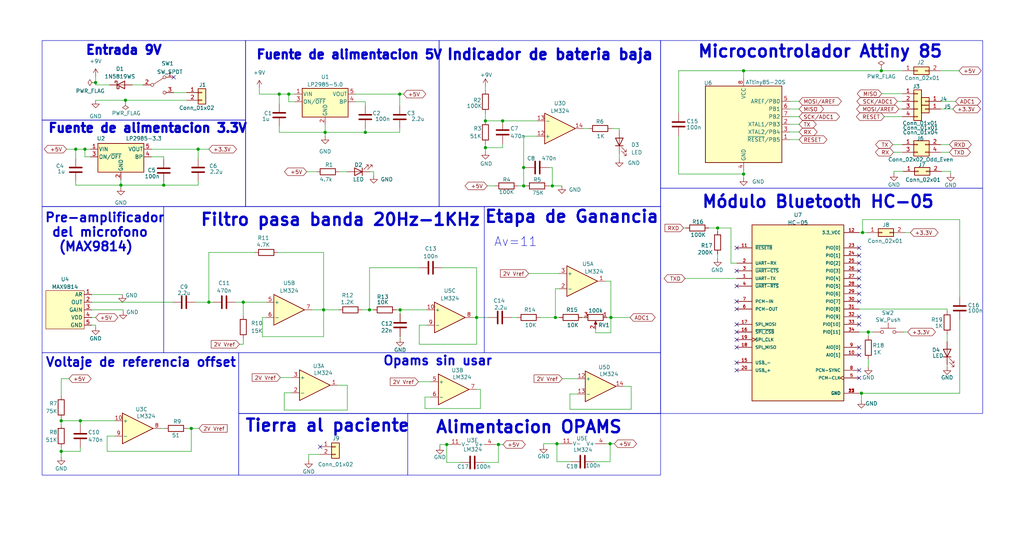
<source format=kicad_sch>
(kicad_sch (version 20230121) (generator eeschema)
  (paper "User" 340.004 181.991)
  (junction (at 166.878 40.132))
  (junction (at 20.32 139.7))
  (junction (at 238.252 75.692))
  (junction (at 28.194 49.53))
  (junction (at 132.715 31.242))
  (junction (at 121.285 43.942))
  (junction (at 202.565 147.32))
  (junction (at 107.442 102.87))
  (junction (at 184.404 105.41))
  (junction (at 65.786 49.53))
  (junction (at 41.656 33.274))
  (junction (at 173.863 61.722))
  (junction (at 107.95 43.942))
  (junction (at 92.71 31.242))
  (junction (at 20.32 149.86))
  (junction (at 184.912 147.32))
  (junction (at 148.336 147.574))
  (junction (at 54.356 61.468))
  (junction (at 40.132 61.468))
  (junction (at 26.67 139.7))
  (junction (at 246.888 23.495))
  (junction (at 292.608 23.495))
  (junction (at 202.819 105.41))
  (junction (at 63.5 142.24))
  (junction (at 132.842 102.87))
  (junction (at 161.163 49.022))
  (junction (at 165.481 147.574))
  (junction (at 288.29 110.236))
  (junction (at 80.772 100.33))
  (junction (at 25.146 49.53))
  (junction (at 95.885 31.242))
  (junction (at 246.888 57.785))
  (junction (at 122.682 102.87))
  (junction (at 31.75 27.432))
  (junction (at 69.342 100.33))
  (junction (at 286.004 130.556))
  (junction (at 286.385 77.216))
  (junction (at 173.863 55.626))
  (junction (at 183.388 61.722))
  (junction (at 158.242 105.41))
  (junction (at 161.163 40.132))
  (no_connect (at 106.299 148.336))
  (no_connect (at 285.242 117.856))
  (no_connect (at 244.602 110.236))
  (no_connect (at 285.242 115.316))
  (no_connect (at 244.602 94.996))
  (no_connect (at 285.242 100.076))
  (no_connect (at 285.242 82.296))
  (no_connect (at 244.602 100.076))
  (no_connect (at 285.242 89.916))
  (no_connect (at 285.242 125.476))
  (no_connect (at 244.602 102.616))
  (no_connect (at 285.242 122.936))
  (no_connect (at 244.602 82.296))
  (no_connect (at 244.602 112.776))
  (no_connect (at 244.602 115.316))
  (no_connect (at 285.242 92.456))
  (no_connect (at 285.242 84.836))
  (no_connect (at 244.602 120.396))
  (no_connect (at 244.602 122.936))
  (no_connect (at 285.242 107.696))
  (no_connect (at 285.242 87.376))
  (no_connect (at 57.658 25.654))
  (no_connect (at 244.602 107.696))
  (no_connect (at 285.242 94.996))
  (no_connect (at 285.242 105.156))
  (no_connect (at 285.242 97.536))
  (no_connect (at 244.602 89.916))
  (wire (pts (xy 22.098 49.53) (xy 25.146 49.53)))
  (wire (pts (xy 148.336 147.574) (xy 148.336 153.543)))
  (wire (pts (xy 182.118 61.722) (xy 183.388 61.722)))
  (wire (pts (xy 184.404 95.885) (xy 185.674 95.885)))
  (wire (pts (xy 30.48 97.79) (xy 40.64 97.79)))
  (wire (pts (xy 132.842 111.76) (xy 132.842 112.395)))
  (wire (pts (xy 288.29 110.236) (xy 289.814 110.236)))
  (wire (pts (xy 20.32 148.59) (xy 20.32 149.86)))
  (wire (pts (xy 63.5 149.86) (xy 63.5 142.24)))
  (wire (pts (xy 25.146 61.468) (xy 40.132 61.468)))
  (wire (pts (xy 69.342 83.82) (xy 84.582 83.82)))
  (wire (pts (xy 202.565 147.32) (xy 203.962 147.32)))
  (wire (pts (xy 143.002 131.826) (xy 141.097 131.826)))
  (wire (pts (xy 246.888 57.785) (xy 246.888 59.055)))
  (wire (pts (xy 148.336 147.574) (xy 149.225 147.574)))
  (wire (pts (xy 159.512 135.636) (xy 159.512 129.286)))
  (wire (pts (xy 141.732 107.95) (xy 139.192 107.95)))
  (wire (pts (xy 209.55 135.89) (xy 209.55 128.27)))
  (wire (pts (xy 262.128 33.655) (xy 265.303 33.655)))
  (wire (pts (xy 112.649 57.023) (xy 115.189 57.023)))
  (wire (pts (xy 314.452 121.031) (xy 314.452 121.793)))
  (wire (pts (xy 54.356 61.468) (xy 65.786 61.468)))
  (wire (pts (xy 246.888 56.515) (xy 246.888 57.785)))
  (wire (pts (xy 40.894 102.87) (xy 40.894 103.378)))
  (wire (pts (xy 312.293 50.546) (xy 315.214 50.546)))
  (wire (pts (xy 121.285 42.672) (xy 121.285 43.942)))
  (wire (pts (xy 160.655 153.543) (xy 165.481 153.543)))
  (wire (pts (xy 293.624 38.735) (xy 299.593 38.735)))
  (wire (pts (xy 265.303 38.735) (xy 262.128 38.735)))
  (wire (pts (xy 297.942 33.655) (xy 299.593 33.655)))
  (wire (pts (xy 265.303 46.355) (xy 262.128 46.355)))
  (wire (pts (xy 184.404 95.885) (xy 184.404 105.41)))
  (wire (pts (xy 54.356 52.07) (xy 50.292 52.07)))
  (wire (pts (xy 25.146 60.198) (xy 25.146 61.468)))
  (wire (pts (xy 166.878 47.752) (xy 166.878 49.022)))
  (wire (pts (xy 244.602 87.376) (xy 242.697 87.376)))
  (wire (pts (xy 102.489 150.876) (xy 102.489 152.781)))
  (wire (pts (xy 235.331 75.692) (xy 238.252 75.692)))
  (wire (pts (xy 201.549 105.41) (xy 202.819 105.41)))
  (wire (pts (xy 312.293 48.006) (xy 315.214 48.006)))
  (wire (pts (xy 118.11 31.242) (xy 132.715 31.242)))
  (wire (pts (xy 292.608 23.495) (xy 299.593 23.495)))
  (wire (pts (xy 26.67 149.86) (xy 20.32 149.86)))
  (wire (pts (xy 286.004 130.556) (xy 285.242 130.556)))
  (wire (pts (xy 20.32 149.86) (xy 20.32 151.765)))
  (wire (pts (xy 65.786 52.578) (xy 65.786 49.53)))
  (wire (pts (xy 161.163 40.132) (xy 166.878 40.132)))
  (wire (pts (xy 189.23 130.81) (xy 189.23 135.89)))
  (wire (pts (xy 107.442 102.87) (xy 112.522 102.87)))
  (wire (pts (xy 166.878 40.132) (xy 178.308 40.132)))
  (wire (pts (xy 40.132 59.69) (xy 40.132 61.468)))
  (wire (pts (xy 161.163 28.702) (xy 161.163 29.972)))
  (wire (pts (xy 286.004 130.556) (xy 286.004 132.969)))
  (wire (pts (xy 225.298 23.495) (xy 246.888 23.495)))
  (wire (pts (xy 173.863 61.722) (xy 174.498 61.722)))
  (wire (pts (xy 299.593 48.006) (xy 296.418 48.006)))
  (wire (pts (xy 65.786 60.198) (xy 65.786 61.468)))
  (wire (pts (xy 242.697 75.692) (xy 238.252 75.692)))
  (wire (pts (xy 318.643 106.172) (xy 318.643 130.556)))
  (wire (pts (xy 299.974 110.236) (xy 301.371 110.236)))
  (wire (pts (xy 197.739 110.49) (xy 202.819 110.49)))
  (wire (pts (xy 97.79 33.782) (xy 95.885 33.782)))
  (wire (pts (xy 205.613 50.927) (xy 205.613 52.832)))
  (wire (pts (xy 132.842 102.87) (xy 141.732 102.87)))
  (wire (pts (xy 189.611 153.289) (xy 184.912 153.289)))
  (wire (pts (xy 30.48 107.95) (xy 31.75 107.95)))
  (wire (pts (xy 41.656 33.274) (xy 61.976 33.274)))
  (wire (pts (xy 314.452 110.871) (xy 314.452 113.411)))
  (wire (pts (xy 288.29 110.236) (xy 288.29 111.633)))
  (wire (pts (xy 173.863 55.626) (xy 174.625 55.626)))
  (wire (pts (xy 300.482 77.216) (xy 302.26 77.216)))
  (wire (pts (xy 94.361 136.144) (xy 94.361 130.429)))
  (wire (pts (xy 96.901 125.349) (xy 93.091 125.349)))
  (wire (pts (xy 20.32 139.065) (xy 20.32 139.7)))
  (wire (pts (xy 246.888 23.495) (xy 246.888 26.035)))
  (wire (pts (xy 225.298 23.495) (xy 225.298 37.465)))
  (wire (pts (xy 184.404 105.41) (xy 185.674 105.41)))
  (wire (pts (xy 312.293 33.655) (xy 317.246 33.655)))
  (wire (pts (xy 292.608 22.86) (xy 292.608 23.495)))
  (wire (pts (xy 118.11 33.782) (xy 121.285 33.782)))
  (wire (pts (xy 31.75 33.274) (xy 41.656 33.274)))
  (wire (pts (xy 121.285 43.942) (xy 132.715 43.942)))
  (wire (pts (xy 180.467 147.32) (xy 180.467 147.955)))
  (wire (pts (xy 165.481 147.574) (xy 167.005 147.574)))
  (wire (pts (xy 209.55 128.27) (xy 207.01 128.27)))
  (wire (pts (xy 315.595 57.658) (xy 315.595 56.896)))
  (wire (pts (xy 139.192 88.9) (xy 122.682 88.9)))
  (wire (pts (xy 65.786 49.53) (xy 50.292 49.53)))
  (wire (pts (xy 95.885 33.782) (xy 95.885 31.242)))
  (wire (pts (xy 158.242 88.9) (xy 158.242 105.41)))
  (wire (pts (xy 182.245 55.626) (xy 183.388 55.626)))
  (wire (pts (xy 205.613 42.672) (xy 203.073 42.672)))
  (wire (pts (xy 65.786 49.53) (xy 69.342 49.53)))
  (wire (pts (xy 107.95 43.942) (xy 121.285 43.942)))
  (wire (pts (xy 20.32 139.7) (xy 20.32 140.97)))
  (wire (pts (xy 161.798 61.722) (xy 164.338 61.722)))
  (wire (pts (xy 200.914 93.345) (xy 202.819 93.345)))
  (wire (pts (xy 40.132 61.468) (xy 54.356 61.468)))
  (wire (pts (xy 115.316 127.889) (xy 112.141 127.889)))
  (wire (pts (xy 80.772 114.3) (xy 80.772 112.395)))
  (wire (pts (xy 35.56 144.78) (xy 35.56 149.86)))
  (wire (pts (xy 63.5 142.24) (xy 66.04 142.24)))
  (wire (pts (xy 121.285 33.782) (xy 121.285 35.052)))
  (wire (pts (xy 122.682 102.87) (xy 123.952 102.87)))
  (wire (pts (xy 64.897 100.33) (xy 69.342 100.33)))
  (wire (pts (xy 31.75 27.432) (xy 31.75 28.194)))
  (wire (pts (xy 132.715 35.052) (xy 132.715 31.242)))
  (wire (pts (xy 86.106 31.242) (xy 92.71 31.242)))
  (wire (pts (xy 202.819 105.41) (xy 209.169 105.41)))
  (wire (pts (xy 38.1 144.78) (xy 35.56 144.78)))
  (wire (pts (xy 120.142 102.87) (xy 122.682 102.87)))
  (wire (pts (xy 141.097 131.826) (xy 141.097 135.636)))
  (wire (pts (xy 318.643 72.898) (xy 286.385 72.898)))
  (wire (pts (xy 29.972 52.07) (xy 28.194 52.07)))
  (wire (pts (xy 92.71 31.242) (xy 92.71 34.417)))
  (wire (pts (xy 205.613 43.307) (xy 205.613 42.672)))
  (polyline (pts (xy 148.59 116.84) (xy 148.59 116.84)))
  (wire (pts (xy 26.67 139.7) (xy 38.1 139.7)))
  (wire (pts (xy 94.361 130.429) (xy 96.901 130.429)))
  (wire (pts (xy 146.812 88.9) (xy 158.242 88.9)))
  (wire (pts (xy 296.799 56.896) (xy 296.799 57.531)))
  (wire (pts (xy 184.912 153.289) (xy 184.912 147.32)))
  (wire (pts (xy 225.298 57.785) (xy 246.888 57.785)))
  (wire (pts (xy 246.888 23.495) (xy 292.608 23.495)))
  (wire (pts (xy 299.593 50.546) (xy 296.672 50.546)))
  (wire (pts (xy 195.453 42.672) (xy 193.548 42.672)))
  (wire (pts (xy 107.442 102.87) (xy 107.442 111.76)))
  (wire (pts (xy 80.772 100.33) (xy 88.392 100.33)))
  (wire (pts (xy 54.356 60.452) (xy 54.356 61.468)))
  (wire (pts (xy 31.75 107.95) (xy 31.75 108.585)))
  (wire (pts (xy 191.77 130.81) (xy 189.23 130.81)))
  (wire (pts (xy 95.885 31.242) (xy 97.79 31.242)))
  (wire (pts (xy 69.342 100.33) (xy 70.612 100.33)))
  (wire (pts (xy 179.324 105.41) (xy 184.404 105.41)))
  (wire (pts (xy 299.847 56.896) (xy 296.799 56.896)))
  (wire (pts (xy 262.128 36.195) (xy 265.303 36.195)))
  (wire (pts (xy 286.385 77.216) (xy 285.242 77.216)))
  (wire (pts (xy 139.192 107.95) (xy 139.192 114.3)))
  (wire (pts (xy 26.67 148.59) (xy 26.67 149.86)))
  (wire (pts (xy 115.316 136.144) (xy 94.361 136.144)))
  (wire (pts (xy 242.697 87.376) (xy 242.697 75.692)))
  (wire (pts (xy 161.163 37.592) (xy 161.163 40.132)))
  (wire (pts (xy 80.772 100.33) (xy 78.232 100.33)))
  (wire (pts (xy 103.632 102.87) (xy 107.442 102.87)))
  (wire (pts (xy 69.342 83.82) (xy 69.342 100.33)))
  (wire (pts (xy 107.95 41.402) (xy 107.95 43.942)))
  (wire (pts (xy 20.32 125.73) (xy 20.32 131.445)))
  (wire (pts (xy 288.29 119.253) (xy 288.29 121.793)))
  (wire (pts (xy 92.71 42.037) (xy 92.71 43.942)))
  (wire (pts (xy 318.643 130.556) (xy 286.004 130.556)))
  (wire (pts (xy 131.572 102.87) (xy 132.842 102.87)))
  (wire (pts (xy 54.61 142.24) (xy 53.34 142.24)))
  (wire (pts (xy 186.182 147.32) (xy 184.912 147.32)))
  (wire (pts (xy 63.5 142.24) (xy 62.23 142.24)))
  (wire (pts (xy 102.489 150.876) (xy 106.299 150.876)))
  (wire (pts (xy 314.452 103.251) (xy 314.452 102.616)))
  (wire (pts (xy 26.67 140.97) (xy 26.67 139.7)))
  (wire (pts (xy 193.294 105.41) (xy 193.929 105.41)))
  (wire (pts (xy 166.878 49.022) (xy 161.163 49.022)))
  (wire (pts (xy 57.658 30.734) (xy 61.976 30.734)))
  (wire (pts (xy 312.293 23.495) (xy 318.389 23.495)))
  (wire (pts (xy 124.079 57.023) (xy 124.079 58.293)))
  (wire (pts (xy 238.252 76.708) (xy 238.252 75.692)))
  (wire (pts (xy 87.122 111.76) (xy 107.442 111.76)))
  (wire (pts (xy 197.739 109.22) (xy 197.739 110.49)))
  (wire (pts (xy 285.242 110.236) (xy 288.29 110.236)))
  (wire (pts (xy 25.146 49.53) (xy 25.146 52.578)))
  (wire (pts (xy 115.316 127.889) (xy 115.316 136.144)))
  (wire (pts (xy 292.735 31.115) (xy 299.593 31.115)))
  (wire (pts (xy 31.75 28.194) (xy 36.322 28.194)))
  (wire (pts (xy 107.95 43.942) (xy 107.95 45.212)))
  (wire (pts (xy 35.56 149.86) (xy 63.5 149.86)))
  (wire (pts (xy 298.45 36.195) (xy 299.593 36.195)))
  (wire (pts (xy 173.863 55.626) (xy 173.863 61.722)))
  (wire (pts (xy 265.303 43.815) (xy 262.128 43.815)))
  (wire (pts (xy 141.097 135.636) (xy 159.512 135.636)))
  (wire (pts (xy 184.912 147.32) (xy 180.467 147.32)))
  (wire (pts (xy 225.298 45.085) (xy 225.298 57.785)))
  (wire (pts (xy 92.202 83.82) (xy 107.442 83.82)))
  (wire (pts (xy 132.715 31.242) (xy 133.985 31.242)))
  (wire (pts (xy 156.972 105.41) (xy 158.242 105.41)))
  (wire (pts (xy 22.86 125.73) (xy 20.32 125.73)))
  (wire (pts (xy 28.194 49.53) (xy 29.972 49.53)))
  (wire (pts (xy 265.303 41.275) (xy 262.128 41.275)))
  (wire (pts (xy 169.799 105.41) (xy 171.704 105.41)))
  (wire (pts (xy 30.48 105.41) (xy 31.75 105.41)))
  (wire (pts (xy 139.192 114.3) (xy 158.242 114.3)))
  (wire (pts (xy 161.163 49.022) (xy 161.163 50.292)))
  (wire (pts (xy 107.442 83.82) (xy 107.442 102.87)))
  (wire (pts (xy 164.465 147.574) (xy 165.481 147.574)))
  (wire (pts (xy 161.163 47.752) (xy 161.163 49.022)))
  (wire (pts (xy 202.565 153.289) (xy 202.565 147.32)))
  (wire (pts (xy 101.854 57.023) (xy 105.029 57.023)))
  (wire (pts (xy 92.71 43.942) (xy 107.95 43.942)))
  (wire (pts (xy 197.231 153.289) (xy 202.565 153.289)))
  (wire (pts (xy 148.336 153.543) (xy 153.035 153.543)))
  (wire (pts (xy 178.308 45.212) (xy 173.863 45.212)))
  (wire (pts (xy 175.514 90.805) (xy 185.674 90.805)))
  (wire (pts (xy 28.194 49.53) (xy 28.194 52.07)))
  (wire (pts (xy 54.356 52.832) (xy 54.356 52.07)))
  (wire (pts (xy 138.938 126.746) (xy 143.002 126.746)))
  (wire (pts (xy 159.512 129.286) (xy 158.242 129.286)))
  (wire (pts (xy 79.502 114.3) (xy 80.772 114.3)))
  (wire (pts (xy 186.69 125.73) (xy 191.77 125.73)))
  (wire (pts (xy 146.05 148.209) (xy 146.05 147.574)))
  (wire (pts (xy 43.942 28.194) (xy 47.498 28.194)))
  (wire (pts (xy 146.05 147.574) (xy 148.336 147.574)))
  (wire (pts (xy 122.682 88.9) (xy 122.682 102.87)))
  (wire (pts (xy 226.949 75.692) (xy 227.711 75.692)))
  (wire (pts (xy 158.242 105.41) (xy 162.179 105.41)))
  (wire (pts (xy 88.392 105.41) (xy 87.122 105.41)))
  (wire (pts (xy 25.146 49.53) (xy 28.194 49.53)))
  (wire (pts (xy 286.385 72.898) (xy 286.385 77.216)))
  (wire (pts (xy 132.842 102.87) (xy 132.842 104.14)))
  (wire (pts (xy 312.293 36.195) (xy 316.357 36.195)))
  (wire (pts (xy 80.772 104.775) (xy 80.772 100.33)))
  (wire (pts (xy 92.71 31.242) (xy 95.885 31.242)))
  (wire (pts (xy 287.782 77.216) (xy 286.385 77.216)))
  (wire (pts (xy 189.23 135.89) (xy 209.55 135.89)))
  (wire (pts (xy 314.452 102.616) (xy 285.242 102.616)))
  (wire (pts (xy 202.819 110.49) (xy 202.819 105.41)))
  (wire (pts (xy 158.242 105.41) (xy 158.242 114.3)))
  (wire (pts (xy 238.252 84.328) (xy 238.252 85.852)))
  (wire (pts (xy 26.67 139.7) (xy 20.32 139.7)))
  (wire (pts (xy 31.75 25.4) (xy 31.75 27.432)))
  (wire (pts (xy 165.481 153.543) (xy 165.481 147.574)))
  (wire (pts (xy 201.422 147.32) (xy 202.565 147.32)))
  (wire (pts (xy 202.819 93.345) (xy 202.819 105.41)))
  (wire (pts (xy 318.643 98.552) (xy 318.643 72.898)))
  (wire (pts (xy 86.106 29.21) (xy 86.106 31.242)))
  (wire (pts (xy 30.48 100.33) (xy 57.277 100.33)))
  (wire (pts (xy 173.863 45.212) (xy 173.863 55.626)))
  (wire (pts (xy 183.388 61.722) (xy 186.563 61.722)))
  (wire (pts (xy 122.809 57.023) (xy 124.079 57.023)))
  (wire (pts (xy 87.122 105.41) (xy 87.122 111.76)))
  (wire (pts (xy 183.388 55.626) (xy 183.388 61.722)))
  (wire (pts (xy 171.958 61.722) (xy 173.863 61.722)))
  (wire (pts (xy 40.132 61.468) (xy 40.132 62.23)))
  (wire (pts (xy 227.457 92.456) (xy 244.602 92.456)))
  (wire (pts (xy 30.48 102.87) (xy 40.894 102.87)))
  (wire (pts (xy 312.547 56.896) (xy 315.595 56.896)))
  (wire (pts (xy 41.656 33.274) (xy 41.656 33.782)))
  (wire (pts (xy 132.715 42.672) (xy 132.715 43.942)))
  (rectangle (start 219.329 62.484) (end 326.263 137.287))
  (rectangle (start 13.97 13.462) (end 81.534 39.878))
  (rectangle (start 160.782 68.58) (end 219.329 117.094))
  (rectangle (start 13.97 117.094) (end 79.248 157.734))
  (rectangle (start 219.329 13.462) (end 326.263 62.484))
  (rectangle (start 79.248 137.287) (end 135.382 157.734))
  (rectangle (start 145.796 13.462) (end 219.329 68.58))
  (rectangle (start 54.356 68.58) (end 160.782 117.094))
  (rectangle (start 13.97 68.58) (end 54.356 117.094))
  (rectangle (start 13.97 39.878) (end 81.534 68.58))
  (rectangle (start 135.382 137.287) (end 219.329 157.734))
  (rectangle (start 81.534 13.462) (end 145.796 68.58))
  (rectangle (start 79.248 117.094) (end 219.329 137.287))
  (text "Alimentacion OPAMS" (at 144.399 144.272 0) (effects (font (size 4 4) bold) (justify left bottom)))
  (text "Voltaje de referencia offset" (at 14.986 122.174 0) (effects (font (size 3 3) bold) (justify left bottom)))
  (text "Módulo Bluetooth HC-05" (at 232.791 69.469 0) (effects (font (size 4 4) bold) (justify left bottom)))
  (text "Pre-amplificador\n del microfono\n  (MAX9814)" (at 14.732 83.82 0) (effects (font (size 3 3) (thickness 0.6) bold) (justify left bottom)))
  (text "Opams sin usar" (at 127 121.666 0) (effects (font (size 3 3) bold) (justify left bottom)))
  (text "Tierra al paciente\n" (at 81.153 143.764 0) (effects (font (size 4 4) bold) (justify left bottom)))
  (text "Entrada 9V" (at 28.194 18.542 0) (effects (font (size 3 3) (thickness 0.8) bold) (justify left bottom)))
  (text "Av=11\n" (at 163.957 82.169 0) (effects (font (size 3 3)) (justify left bottom)))
  (text "Indicador de bateria baja\n" (at 148.082 20.32 0) (effects (font (size 3.5 3.5) (thickness 0.8) bold) (justify left bottom)))
  (text "Filtro pasa banda 20Hz-1KHz" (at 66.294 75.438 0) (effects (font (size 4 4) (thickness 0.8) bold) (justify left bottom)))
  (text "Fuente de alimentacion 3.3V" (at 15.748 44.45 0) (effects (font (size 3 3) (thickness 0.8) bold) (justify left bottom)))
  (text "Etapa de Ganancia" (at 160.655 74.422 0) (effects (font (size 4 4) bold) (justify left bottom)))
  (text "Fuente de alimentacion 5V" (at 84.836 20.066 0) (effects (font (size 3 3) (thickness 0.8) bold) (justify left bottom)))
  (text "Microcontrolador Attiny 85" (at 231.394 19.558 0) (effects (font (size 4 4) (thickness 0.8) bold) (justify left bottom)))
  (global_label "ADC1" (shape bidirectional) (at 317.246 33.655 0) (property "Intersheetrefs" "${INTERSHEET_REFS}" (effects hide)))
  (global_label "RX" (shape bidirectional) (at 265.303 43.815 0) (property "Intersheetrefs" "${INTERSHEET_REFS}" (effects hide)))
  (global_label "MISO" (shape bidirectional) (at 292.735 31.115 180) (property "Intersheetrefs" "${INTERSHEET_REFS}" (effects hide)))
  (global_label "+5V" (shape bidirectional) (at 22.86 125.73 0) (property "Intersheetrefs" "${INTERSHEET_REFS}" (effects hide)))
  (global_label "SCK{slash}ADC1" (shape bidirectional) (at 265.303 38.735 0) (property "Intersheetrefs" "${INTERSHEET_REFS}" (effects hide)))
  (global_label "+5V" (shape bidirectional) (at 161.798 61.722 180) (property "Intersheetrefs" "${INTERSHEET_REFS}" (effects hide)))
  (global_label "+5V" (shape bidirectional) (at 167.005 147.574 0) (property "Intersheetrefs" "${INTERSHEET_REFS}" (effects hide)))
  (global_label "RESET" (shape bidirectional) (at 293.624 38.735 180) (property "Intersheetrefs" "${INTERSHEET_REFS}" (effects hide)))
  (global_label "TXD" (shape bidirectional) (at 227.457 92.456 180) (property "Intersheetrefs" "${INTERSHEET_REFS}" (effects hide)))
  (global_label "TXD" (shape bidirectional) (at 315.214 50.546 0) (property "Intersheetrefs" "${INTERSHEET_REFS}" (effects hide)))
  (global_label "2V Vref" (shape input) (at 186.69 125.73 180) (property "Intersheetrefs" "${INTERSHEET_REFS}" (effects hide)))
  (global_label "TX" (shape bidirectional) (at 296.418 48.006 180) (property "Intersheetrefs" "${INTERSHEET_REFS}" (effects hide)))
  (global_label "MOSI{slash}AREF" (shape bidirectional) (at 298.45 36.195 180) (property "Intersheetrefs" "${INTERSHEET_REFS}" (effects hide)))
  (global_label "+5V" (shape bidirectional) (at 203.962 147.32 0) (property "Intersheetrefs" "${INTERSHEET_REFS}" (effects hide)))
  (global_label "MISO" (shape bidirectional) (at 265.303 36.195 0) (property "Intersheetrefs" "${INTERSHEET_REFS}" (effects hide)))
  (global_label "+5V" (shape bidirectional) (at 318.389 23.495 0) (property "Intersheetrefs" "${INTERSHEET_REFS}" (effects hide)))
  (global_label "RESET" (shape bidirectional) (at 265.303 46.355 0) (property "Intersheetrefs" "${INTERSHEET_REFS}" (effects hide)))
  (global_label "TX" (shape bidirectional) (at 265.303 41.275 0) (property "Intersheetrefs" "${INTERSHEET_REFS}" (effects hide)))
  (global_label "2V Vref" (shape input) (at 79.502 114.3 180) (property "Intersheetrefs" "${INTERSHEET_REFS}" (effects hide)))
  (global_label "2V Vref" (shape input) (at 175.514 90.805 180) (property "Intersheetrefs" "${INTERSHEET_REFS}" (effects hide)))
  (global_label "+3.3V" (shape bidirectional) (at 302.26 77.216 0) (property "Intersheetrefs" "${INTERSHEET_REFS}" (effects hide)))
  (global_label "RX" (shape bidirectional) (at 296.672 50.546 180) (property "Intersheetrefs" "${INTERSHEET_REFS}" (effects hide)))
  (global_label "+5V" (shape bidirectional) (at 133.985 31.242 0) (property "Intersheetrefs" "${INTERSHEET_REFS}" (effects hide)))
  (global_label "+5V" (shape bidirectional) (at 31.75 105.41 0) (property "Intersheetrefs" "${INTERSHEET_REFS}" (effects hide)))
  (global_label "ADC1" (shape bidirectional) (at 209.169 105.41 0) (property "Intersheetrefs" "${INTERSHEET_REFS}" (effects hide)))
  (global_label "RXD" (shape bidirectional) (at 315.214 48.006 0) (property "Intersheetrefs" "${INTERSHEET_REFS}" (effects hide)))
  (global_label "+3.3V" (shape bidirectional) (at 69.342 49.53 0) (property "Intersheetrefs" "${INTERSHEET_REFS}" (effects hide)))
  (global_label "SCK{slash}ADC1" (shape bidirectional) (at 297.942 33.655 180) (property "Intersheetrefs" "${INTERSHEET_REFS}" (effects hide)))
  (global_label "+5V" (shape bidirectional) (at 22.098 49.53 180) (property "Intersheetrefs" "${INTERSHEET_REFS}" (effects hide)))
  (global_label "RXD" (shape input) (at 226.949 75.692 180) (property "Intersheetrefs" "${INTERSHEET_REFS}" (effects hide)))
  (global_label "+5V" (shape bidirectional) (at 101.854 57.023 180) (property "Intersheetrefs" "${INTERSHEET_REFS}" (effects hide)))
  (global_label "2V Vref" (shape input) (at 66.04 142.24 0) (property "Intersheetrefs" "${INTERSHEET_REFS}" (effects hide)))
  (global_label "MOSI{slash}AREF" (shape bidirectional) (at 265.303 33.655 0) (property "Intersheetrefs" "${INTERSHEET_REFS}" (effects hide)))
  (global_label "+3.3V" (shape bidirectional) (at 316.357 36.195 0) (property "Intersheetrefs" "${INTERSHEET_REFS}" (effects hide)))
  (global_label "2V Vref" (shape input) (at 138.938 126.746 180) (property "Intersheetrefs" "${INTERSHEET_REFS}" (effects hide)))
  (global_label "+3.3V" (shape bidirectional) (at 301.371 110.236 0) (property "Intersheetrefs" "${INTERSHEET_REFS}" (effects hide)))
  (global_label "2V Vref" (shape input) (at 93.091 125.349 180) (property "Intersheetrefs" "${INTERSHEET_REFS}" (effects hide)))
  (symbol (lib_id "power:+9V") (at 31.75 25.4 0) (unit 1)
    (property "Reference" "#PWR01" (effects hide))
    (property "Value" "+9V" (at 31.75 20.32 0))
  )
  (symbol (lib_id "Regulator_Linear:LP2985-3.3") (at 40.132 52.07 0) (unit 1)
    (property "Reference" "U2" (at 33.528 45.974 0))
    (property "Value" "LP2985-3.3" (at 47.752 45.974 0))
    (property "Footprint" "Package_TO_SOT_SMD:SOT-23-5_HandSoldering" (effects hide))
    (property "Datasheet" "http://www.ti.com/lit/ds/symlink/lp2985.pdf" (effects hide))
  )
  (symbol (lib_id "Connector_Generic:Conn_01x02") (at 67.056 30.734 0) (unit 1)
    (property "Reference" "J1" (at 66.04 28.194 0) (effects (justify left)))
    (property "Value" "Conn_01x02" (at 59.436 35.814 0) (effects (justify left)))
    (property "Footprint" "Connector_JST:JST_EH_S2B-EH_1x02_P2.50mm_Horizontal" (effects hide))
  )
  (symbol (lib_id "Device:C") (at 121.285 38.862 0) (mirror y) (unit 1)
    (property "Reference" "C2" (at 126.365 37.592 0) (effects (justify left)))
    (property "Value" "100n" (at 129.54 39.497 0) (effects (justify left)))
    (property "Footprint" "Capacitor_SMD:C_0805_2012Metric_Pad1.18x1.45mm_HandSolder" (effects hide))
  )
  (symbol (lib_id "Device:LED") (at 314.452 117.221 90) (unit 1)
    (property "Reference" "D4" (at 310.769 116.205 90))
    (property "Value" "LED" (at 311.404 118.11 90))
    (property "Footprint" "LED_SMD:LED_0805_2012Metric_Pad1.15x1.40mm_HandSolder" (effects hide))
  )
  (symbol (lib_id "power:GND") (at 107.95 45.212 0) (unit 1)
    (property "Reference" "#PWR05" (effects hide))
    (property "Value" "GND" (at 107.95 50.292 0))
  )
  (symbol (lib_id "Connector_Generic:Conn_02x01") (at 304.927 56.896 0) (unit 1)
    (property "Reference" "J7" (at 306.07 54.737 0))
    (property "Value" "Conn_02x01" (at 306.451 59.69 0))
    (property "Footprint" "Connector_PinHeader_2.54mm:PinHeader_2x01_P2.54mm_Vertical" (effects hide))
  )
  (symbol (lib_id "Device:C") (at 92.71 38.227 0) (unit 1)
    (property "Reference" "C1" (at 87.63 37.592 0) (effects (justify left)))
    (property "Value" "1u" (at 86.995 39.497 0) (effects (justify left)))
    (property "Footprint" "Capacitor_SMD:C_0805_2012Metric_Pad1.18x1.45mm_HandSolder" (effects hide))
  )
  (symbol (lib_id "Device:C") (at 166.878 43.942 180) (unit 1)
    (property "Reference" "C7" (at 169.418 42.672 0) (effects (justify right)))
    (property "Value" "470n" (at 169.418 45.212 0) (effects (justify right)))
    (property "Footprint" "Capacitor_SMD:C_0805_2012Metric_Pad1.18x1.45mm_HandSolder" (effects hide))
  )
  (symbol (lib_id "Device:R") (at 161.163 43.942 180) (unit 1)
    (property "Reference" "R3" (at 159.893 42.672 0) (effects (justify left)))
    (property "Value" "51K" (at 159.893 45.212 0) (effects (justify left)))
    (property "Footprint" "Resistor_SMD:R_0805_2012Metric_Pad1.20x1.40mm_HandSolder" (effects hide))
  )
  (symbol (lib_id "Device:C") (at 74.422 100.33 90) (unit 1)
    (property "Reference" "C11" (at 74.422 93.98 90))
    (property "Value" "470n" (at 74.422 96.52 90))
    (property "Footprint" "Capacitor_SMD:C_0805_2012Metric_Pad1.18x1.45mm_HandSolder" (effects hide))
  )
  (symbol (lib_id "power:GND") (at 246.888 59.055 0) (unit 1)
    (property "Reference" "#PWR011" (effects hide))
    (property "Value" "GND" (at 249.682 60.3249 0) (effects (justify left)))
  )
  (symbol (lib_id "power:GND") (at 238.252 85.852 0) (unit 1)
    (property "Reference" "#PWR014" (effects hide))
    (property "Value" "GND" (at 238.125 89.662 0))
  )
  (symbol (lib_id "power:GND") (at 146.05 148.209 0) (unit 1)
    (property "Reference" "#PWR023" (effects hide))
    (property "Value" "GND" (at 144.018 151.765 0) (effects (justify left)))
  )
  (symbol (lib_id "Device:R") (at 127.762 102.87 90) (unit 1)
    (property "Reference" "R13" (at 129.032 98.552 90) (effects (justify left)))
    (property "Value" "10K" (at 129.032 100.33 90) (effects (justify left)))
    (property "Footprint" "Resistor_SMD:R_0805_2012Metric_Pad1.20x1.40mm_HandSolder" (effects hide))
  )
  (symbol (lib_id "Amplifier_Operational:LM324") (at 193.802 144.78 270) (mirror x) (unit 5)
    (property "Reference" "U5" (at 193.294 145.542 90))
    (property "Value" "LM324" (at 193.548 149.352 90))
    (property "Footprint" "Package_SO:SOIC-14_3.9x8.7mm_P1.27mm" (effects hide))
    (property "Datasheet" "http://www.ti.com/lit/ds/symlink/lm2902-n.pdf" (effects hide))
  )
  (symbol (lib_id "power:GND") (at 205.613 52.832 0) (unit 1)
    (property "Reference" "#PWR07" (effects hide))
    (property "Value" "GND" (at 208.407 54.1019 0) (effects (justify left)))
  )
  (symbol (lib_id "MCU_Microchip_ATtiny:ATtiny85-20S") (at 246.888 41.275 0) (unit 1)
    (property "Reference" "U6" (at 236.474 27.559 0) (effects (justify right)))
    (property "Value" "ATtiny85-20S" (at 260.858 27.305 0) (effects (justify right)))
    (property "Footprint" "Package_SO:SOP-8_5.28x5.23mm_P1.27mm" (effects hide))
    (property "Datasheet" "http://ww1.microchip.com/downloads/en/DeviceDoc/atmel-2586-avr-8-bit-microcontroller-attiny25-attiny45-attiny85_datasheet.pdf" (effects hide))
  )
  (symbol (lib_id "Device:R_Potentiometer") (at 197.739 105.41 270) (unit 1)
    (property "Reference" "RV1" (at 200.533 107.95 90))
    (property "Value" "100k" (at 197.739 103.124 90))
    (property "Footprint" "Potentiometer_THT:Potentiometer_Runtron_RM-065_Vertical" (effects hide))
  )
  (symbol (lib_id "Amplifier_Operational:LM324") (at 96.012 102.87 0) (unit 2)
    (property "Reference" "U5" (at 96.012 93.98 0))
    (property "Value" "LM324" (at 96.012 96.52 0))
    (property "Footprint" "Package_SO:SOIC-14_3.9x8.7mm_P1.27mm" (effects hide))
    (property "Datasheet" "http://www.ti.com/lit/ds/symlink/lm2902-n.pdf" (effects hide))
  )
  (symbol (lib_id "power:GND") (at 20.32 151.765 0) (unit 1)
    (property "Reference" "#PWR024" (effects hide))
    (property "Value" "GND" (at 20.32 155.575 0))
  )
  (symbol (lib_id "Amplifier_Operational:LM324") (at 193.294 93.345 0) (unit 1)
    (property "Reference" "U5" (at 195.199 87.63 0))
    (property "Value" "LM324" (at 197.231 90.17 0))
    (property "Footprint" "Package_SO:SOIC-14_3.9x8.7mm_P1.27mm" (effects hide))
    (property "Datasheet" "http://www.ti.com/lit/ds/symlink/lm2902-n.pdf" (effects hide))
  )
  (symbol (lib_id "power:GND") (at 40.64 97.79 0) (unit 1)
    (property "Reference" "#PWR015" (effects hide))
    (property "Value" "GND" (at 43.688 98.044 0))
  )
  (symbol (lib_id "Device:R") (at 238.252 80.518 180) (unit 1)
    (property "Reference" "R17" (at 236.601 81.534 0) (effects (justify left)))
    (property "Value" "200K" (at 236.728 83.82 0) (effects (justify left)))
    (property "Footprint" "Resistor_SMD:R_0805_2012Metric_Pad1.20x1.40mm_HandSolder" (effects hide))
  )
  (symbol (lib_id "Device:C") (at 156.845 153.543 270) (unit 1)
    (property "Reference" "C17" (at 151.765 154.94 90) (effects (justify left)))
    (property "Value" "100n" (at 157.988 154.94 90) (effects (justify left)))
    (property "Footprint" "Capacitor_SMD:C_0805_2012Metric_Pad1.18x1.45mm_HandSolder" (effects hide))
  )
  (symbol (lib_id "HC-05:HC-05") (at 264.922 105.156 0) (unit 1)
    (property "Reference" "U7" (at 264.922 71.374 0))
    (property "Value" "HC-05" (at 264.922 73.914 0))
    (property "Footprint" "XCVR_HC-05:XCVR_HC-05" (effects hide))
    (property "MF" "HuiCheng" (effects hide))
    (property "STANDARD" "Manufacturer Recommendations" (effects hide))
    (property "PARTREV" "v1.0" (effects hide))
  )
  (symbol (lib_id "Device:LED") (at 118.999 57.023 180) (unit 1)
    (property "Reference" "D2" (at 118.999 54.737 0))
    (property "Value" "LED" (at 118.999 59.563 0))
    (property "Footprint" "LED_SMD:LED_0805_2012Metric_Pad1.15x1.40mm_HandSolder" (effects hide))
  )
  (symbol (lib_id "Device:C") (at 132.715 38.862 0) (mirror y) (unit 1)
    (property "Reference" "C3" (at 137.795 37.592 0) (effects (justify left)))
    (property "Value" "2.2u" (at 140.97 39.497 0) (effects (justify left)))
    (property "Footprint" "Capacitor_SMD:C_0805_2012Metric_Pad1.18x1.45mm_HandSolder" (effects hide))
  )
  (symbol (lib_id "Amplifier_Operational:LM324") (at 185.928 42.672 0) (mirror x) (unit 4)
    (property "Reference" "U3" (at 185.928 34.29 0))
    (property "Value" "LM324" (at 185.928 36.83 0))
    (property "Footprint" "Package_SO:SOIC-14_3.9x8.7mm_P1.27mm" (effects hide))
    (property "Datasheet" "http://www.ti.com/lit/ds/symlink/lm2902-n.pdf" (effects hide))
  )
  (symbol (lib_id "power:GND") (at 180.467 147.955 0) (unit 1)
    (property "Reference" "#PWR022" (effects hide))
    (property "Value" "GND" (at 178.435 151.511 0) (effects (justify left)))
  )
  (symbol (lib_id "Device:R") (at 108.839 57.023 90) (unit 1)
    (property "Reference" "R1" (at 110.617 54.737 90) (effects (justify left)))
    (property "Value" "4.7k" (at 110.363 59.563 90) (effects (justify left)))
    (property "Footprint" "Resistor_SMD:R_0805_2012Metric_Pad1.20x1.40mm_HandSolder" (effects hide))
  )
  (symbol (lib_id "Diode:1N5819WS") (at 40.132 28.194 0) (unit 1)
    (property "Reference" "D1" (at 39.8145 22.86 0))
    (property "Value" "1N5819WS" (at 39.8145 25.4 0))
    (property "Footprint" "Diode_SMD:D_SOD-323_HandSoldering" (effects hide))
    (property "Datasheet" "https://datasheet.lcsc.com/lcsc/2204281430_Guangdong-Hottech-1N5819WS_C191023.pdf" (effects hide))
  )
  (symbol (lib_id "Device:C") (at 65.786 56.388 0) (mirror y) (unit 1)
    (property "Reference" "C6" (at 72.136 55.118 0) (effects (justify left)))
    (property "Value" "2.2u" (at 74.041 57.023 0) (effects (justify left)))
    (property "Footprint" "Capacitor_SMD:C_0805_2012Metric_Pad1.18x1.45mm_HandSolder" (effects hide))
  )
  (symbol (lib_id "Device:C") (at 193.421 153.289 270) (unit 1)
    (property "Reference" "C18" (at 187.96 154.813 90) (effects (justify left)))
    (property "Value" "100n" (at 194.437 154.559 90) (effects (justify left)))
    (property "Footprint" "Capacitor_SMD:C_0805_2012Metric_Pad1.18x1.45mm_HandSolder" (effects hide))
  )
  (symbol (lib_id "Switch:SW_Push") (at 294.894 110.236 0) (unit 1)
    (property "Reference" "SW2" (at 294.767 103.886 0))
    (property "Value" "SW_Push" (at 294.894 106.172 0))
    (property "Footprint" "XCVR_HC-05:BT_3x4x2h mm" (effects hide))
  )
  (symbol (lib_id "Device:C") (at 132.842 107.95 180) (unit 1)
    (property "Reference" "C12" (at 126.492 107.442 0) (effects (justify right)))
    (property "Value" "22n" (at 126.492 109.728 0) (effects (justify right)))
    (property "Footprint" "Capacitor_SMD:C_0805_2012Metric_Pad1.18x1.45mm_HandSolder" (effects hide))
  )
  (symbol (lib_id "power:GND") (at 102.489 152.781 0) (unit 1)
    (property "Reference" "#PWR025" (effects hide))
    (property "Value" "GND" (at 100.457 156.591 0) (effects (justify left)))
  )
  (symbol (lib_id "Device:R") (at 20.32 135.255 180) (unit 1)
    (property "Reference" "R7" (at 19.05 133.985 0) (effects (justify left)))
    (property "Value" "75K" (at 19.05 136.525 0) (effects (justify left)))
    (property "Footprint" "Resistor_SMD:R_0805_2012Metric_Pad1.20x1.40mm_HandSolder" (effects hide))
  )
  (symbol (lib_id "Device:C") (at 143.002 88.9 90) (unit 1)
    (property "Reference" "C13" (at 143.002 82.55 90))
    (property "Value" "100n" (at 143.002 85.09 90))
    (property "Footprint" "Capacitor_SMD:C_0805_2012Metric_Pad1.18x1.45mm_HandSolder" (effects hide))
  )
  (symbol (lib_id "Amplifier_Operational:LM324") (at 156.845 145.034 270) (mirror x) (unit 5)
    (property "Reference" "U3" (at 156.845 146.177 90))
    (property "Value" "LM324" (at 156.972 149.225 90))
    (property "Footprint" "Package_SO:SOIC-14_3.9x8.7mm_P1.27mm" (effects hide))
    (property "Datasheet" "http://www.ti.com/lit/ds/symlink/lm2902-n.pdf" (effects hide))
  )
  (symbol (lib_id "Device:C") (at 178.435 55.626 270) (unit 1)
    (property "Reference" "C8" (at 177.673 52.578 90) (effects (justify right)))
    (property "Value" "470n" (at 184.785 52.578 90) (effects (justify right)))
    (property "Footprint" "Capacitor_SMD:C_0805_2012Metric_Pad1.18x1.45mm_HandSolder" (effects hide))
  )
  (symbol (lib_id "Connector_Generic:Conn_01x01") (at 307.213 36.195 180) (unit 1)
    (property "Reference" "J5" (at 315.722 35.433 0) (effects (justify left)))
    (property "Value" "Conn_01x01" (at 311.404 40.894 0) (effects (justify left)))
    (property "Footprint" "Connector_PinHeader_2.54mm:PinHeader_1x01_P2.54mm_Vertical" (effects hide))
  )
  (symbol (lib_id "power:GND") (at 40.132 62.23 0) (unit 1)
    (property "Reference" "#PWR013" (effects hide))
    (property "Value" "GND" (at 40.132 67.31 0))
  )
  (symbol (lib_id "Connector_Generic:Conn_01x04") (at 304.673 33.655 0) (unit 1)
    (property "Reference" "J3" (at 303.022 28.702 0) (effects (justify left)))
    (property "Value" "Conn_01x04" (at 299.72 43.942 0) (effects (justify left)))
    (property "Footprint" "Connector_PinHeader_2.54mm:PinHeader_1x04_P2.54mm_Vertical" (effects hide))
  )
  (symbol (lib_id "Device:R") (at 314.452 107.061 0) (unit 1)
    (property "Reference" "R19" (at 309.118 106.172 0) (effects (justify left)))
    (property "Value" "1K" (at 310.388 108.204 0) (effects (justify left)))
    (property "Footprint" "Resistor_SMD:R_0805_2012Metric_Pad1.20x1.40mm_HandSolder" (effects hide))
  )
  (symbol (lib_id "power:GND") (at 286.004 132.969 0) (unit 1)
    (property "Reference" "#PWR021" (effects hide))
    (property "Value" "GND" (at 287.274 133.985 0) (effects (justify left)))
  )
  (symbol (lib_id "power:GND") (at 296.799 57.531 0) (unit 1)
    (property "Reference" "#PWR08" (effects hide))
    (property "Value" "GND" (at 294.767 61.341 0) (effects (justify left)))
  )
  (symbol (lib_id "Device:LED") (at 205.613 47.117 90) (unit 1)
    (property "Reference" "D3" (at 209.55 48.0695 90) (effects (justify right)))
    (property "Value" "LED" (at 209.55 50.6095 90) (effects (justify right)))
    (property "Footprint" "LED_SMD:LED_0805_2012Metric_Pad1.15x1.40mm_HandSolder" (effects hide))
  )
  (symbol (lib_id "Device:C") (at 54.356 56.642 0) (unit 1)
    (property "Reference" "C5" (at 49.022 56.515 0) (effects (justify left)))
    (property "Value" "100n" (at 48.006 58.547 0) (effects (justify left)))
    (property "Footprint" "Capacitor_SMD:C_0805_2012Metric_Pad1.18x1.45mm_HandSolder" (effects hide))
  )
  (symbol (lib_id "Device:R") (at 168.148 61.722 270) (unit 1)
    (property "Reference" "R4" (at 166.878 59.69 90) (effects (justify left)))
    (property "Value" "100K" (at 165.608 63.754 90) (effects (justify left)))
    (property "Footprint" "Resistor_SMD:R_0805_2012Metric_Pad1.20x1.40mm_HandSolder" (effects hide))
  )
  (symbol (lib_id "Device:C") (at 25.146 56.388 0) (unit 1)
    (property "Reference" "C4" (at 18.542 55.118 0) (effects (justify left)))
    (property "Value" "1u" (at 19.05 56.896 0) (effects (justify left)))
    (property "Footprint" "Capacitor_SMD:C_0805_2012Metric_Pad1.18x1.45mm_HandSolder" (effects hide))
  )
  (symbol (lib_id "Device:C") (at 61.087 100.33 90) (unit 1)
    (property "Reference" "C9" (at 61.087 95.25 90))
    (property "Value" "2.2u" (at 61.087 97.282 90))
    (property "Footprint" "Capacitor_SMD:C_0805_2012Metric_Pad1.18x1.45mm_HandSolder" (effects hide))
  )
  (symbol (lib_id "power:PWR_FLAG") (at 292.608 22.86 0) (unit 1)
    (property "Reference" "#FLG01" (effects hide))
    (property "Value" "PWR_FLAG" (at 292.608 25.4 0))
  )
  (symbol (lib_id "Device:R") (at 189.484 105.41 270) (unit 1)
    (property "Reference" "R15" (at 187.96 102.87 90) (effects (justify left)))
    (property "Value" "10K" (at 188.214 107.95 90) (effects (justify left)))
    (property "Footprint" "Resistor_SMD:R_0805_2012Metric_Pad1.20x1.40mm_HandSolder" (effects hide))
  )
  (symbol (lib_id "Amplifier_Operational:LM324") (at 104.521 127.889 0) (unit 1)
    (property "Reference" "U3" (at 105.791 121.539 0))
    (property "Value" "LM324" (at 107.315 123.825 0))
    (property "Footprint" "Package_SO:SOIC-14_3.9x8.7mm_P1.27mm" (effects hide))
    (property "Datasheet" "http://www.ti.com/lit/ds/symlink/lm2902-n.pdf" (effects hide))
  )
  (symbol (lib_id "Device:R") (at 116.332 102.87 90) (unit 1)
    (property "Reference" "R12" (at 117.348 98.044 90) (effects (justify left)))
    (property "Value" "1.2K" (at 117.602 100.33 90) (effects (justify left)))
    (property "Footprint" "Resistor_SMD:R_0805_2012Metric_Pad1.20x1.40mm_HandSolder" (effects hide))
  )
  (symbol (lib_id "Switch:SW_SPDT") (at 52.578 28.194 0) (unit 1)
    (property "Reference" "SW1" (at 55.626 21.082 0))
    (property "Value" "SW_SPDT" (at 56.388 23.876 0))
    (property "Footprint" "Switch_SS12D00G4:SW_Slide_1P2T_SS12D00G4" (effects hide))
  )
  (symbol (lib_id "power:PWR_FLAG") (at 31.75 27.432 90) (unit 1)
    (property "Reference" "#FLG02" (effects hide))
    (property "Value" "PWR_FLAG" (at 29.972 30.226 90))
  )
  (symbol (lib_id "power:GND") (at 31.75 108.585 0) (unit 1)
    (property "Reference" "#PWR017" (effects hide))
    (property "Value" "GND" (at 31.75 112.395 0))
  )
  (symbol (lib_id "Device:R") (at 88.392 83.82 90) (unit 1)
    (property "Reference" "R11" (at 89.408 78.994 90) (effects (justify left)))
    (property "Value" "4.7K" (at 89.662 81.28 90) (effects (justify left)))
    (property "Footprint" "Resistor_SMD:R_0805_2012Metric_Pad1.20x1.40mm_HandSolder" (effects hide))
  )
  (symbol (lib_id "Device:R") (at 161.163 33.782 0) (mirror x) (unit 1)
    (property "Reference" "R2" (at 157.099 33.274 0) (effects (justify left)))
    (property "Value" "100K" (at 154.94 35.179 0) (effects (justify left)))
    (property "Footprint" "Resistor_SMD:R_0805_2012Metric_Pad1.20x1.40mm_HandSolder" (effects hide))
  )
  (symbol (lib_id "power:GND") (at 288.29 121.793 0) (unit 1)
    (property "Reference" "#PWR019" (effects hide))
    (property "Value" "GND" (at 288.29 125.349 0))
  )
  (symbol (lib_id "power:+9V") (at 86.106 29.21 0) (unit 1)
    (property "Reference" "#PWR03" (effects hide))
    (property "Value" "+9V" (at 86.106 24.13 0))
  )
  (symbol (lib_id "Device:C") (at 225.298 41.275 180) (unit 1)
    (property "Reference" "C15" (at 229.87 40.259 0))
    (property "Value" "100n" (at 230.378 42.291 0))
    (property "Footprint" "Capacitor_SMD:C_0805_2012Metric_Pad1.18x1.45mm_HandSolder" (effects hide))
  )
  (symbol (lib_id "Device:R") (at 58.42 142.24 90) (unit 1)
    (property "Reference" "R9" (at 60.198 139.954 90) (effects (justify left)))
    (property "Value" "51" (at 59.69 144.526 90) (effects (justify left)))
    (property "Footprint" "Resistor_SMD:R_0805_2012Metric_Pad1.20x1.40mm_HandSolder" (effects hide))
  )
  (symbol (lib_id "Connector_Generic:Conn_02x02_Odd_Even") (at 304.673 48.006 0) (unit 1)
    (property "Reference" "J6" (at 305.562 45.974 0))
    (property "Value" "Conn_02x02_Odd_Even" (at 305.689 52.959 0))
    (property "Footprint" "Connector_PinHeader_2.54mm:PinHeader_2x02_P2.54mm_Vertical" (effects hide))
  )
  (symbol (lib_id "Connector_Generic:Conn_02x01") (at 304.673 23.495 0) (unit 1)
    (property "Reference" "J2" (at 305.689 20.701 0))
    (property "Value" "Conn_02x01" (at 306.197 25.908 0))
    (property "Footprint" "Connector_PinHeader_2.54mm:PinHeader_2x01_P2.54mm_Vertical" (effects hide))
  )
  (symbol (lib_id "Device:C") (at 318.643 102.362 0) (unit 1)
    (property "Reference" "C16" (at 321.31 101.346 0) (effects (justify left)))
    (property "Value" "100n" (at 321.31 103.124 0) (effects (justify left)))
    (property "Footprint" "Capacitor_SMD:C_0805_2012Metric_Pad1.18x1.45mm_HandSolder" (effects hide))
  )
  (symbol (lib_id "Device:R") (at 288.29 115.443 0) (unit 1)
    (property "Reference" "R18" (at 289.687 114.681 0) (effects (justify left)))
    (property "Value" "1K" (at 289.941 116.967 0) (effects (justify left)))
    (property "Footprint" "Resistor_SMD:R_0805_2012Metric_Pad1.20x1.40mm_HandSolder" (effects hide))
  )
  (symbol (lib_id "Amplifier_Operational:LM324") (at 45.72 142.24 0) (unit 3)
    (property "Reference" "U3" (at 46.99 135.89 0))
    (property "Value" "LM324" (at 48.514 138.176 0))
    (property "Footprint" "Package_SO:SOIC-14_3.9x8.7mm_P1.27mm" (effects hide))
    (property "Datasheet" "http://www.ti.com/lit/ds/symlink/lm2902-n.pdf" (effects hide))
  )
  (symbol (lib_id "Device:R") (at 175.514 105.41 270) (unit 1)
    (property "Reference" "R14" (at 173.99 102.87 90) (effects (justify left)))
    (property "Value" "10K" (at 174.244 107.95 90) (effects (justify left)))
    (property "Footprint" "Resistor_SMD:R_0805_2012Metric_Pad1.20x1.40mm_HandSolder" (effects hide))
  )
  (symbol (lib_id "power:GND") (at 124.079 58.293 0) (unit 1)
    (property "Reference" "#PWR010" (effects hide))
    (property "Value" "GND" (at 126.365 59.5629 0) (effects (justify left)))
  )
  (symbol (lib_id "MAX9814:MAX9814") (at 21.59 104.14 0) (unit 1)
    (property "Reference" "U4" (at 21.59 92.71 0))
    (property "Value" "MAX9814" (at 21.59 95.25 0))
    (property "Footprint" "MAX9814:MAX9814-Adafruit" (effects hide))
    (property "Datasheet" "https://learn.adafruit.com/adafruit-agc-electret-microphone-amplifier-max9814/downloads" (effects hide))
  )
  (symbol (lib_id "Device:R") (at 231.521 75.692 270) (unit 1)
    (property "Reference" "R16" (at 229.743 73.66 90) (effects (justify left)))
    (property "Value" "100K" (at 229.235 77.978 90) (effects (justify left)))
    (property "Footprint" "Resistor_SMD:R_0805_2012Metric_Pad1.20x1.40mm_HandSolder" (effects hide))
  )
  (symbol (lib_id "power:GND") (at 31.75 33.274 0) (unit 1)
    (property "Reference" "#PWR04" (effects hide))
    (property "Value" "GND" (at 31.75 38.608 0))
  )
  (symbol (lib_id "power:GND") (at 40.894 103.378 0) (unit 1)
    (property "Reference" "#PWR016" (effects hide))
    (property "Value" "GND" (at 43.942 103.632 0))
  )
  (symbol (lib_id "Device:R") (at 80.772 108.585 0) (unit 1)
    (property "Reference" "R10" (at 83.312 107.315 0) (effects (justify left)))
    (property "Value" "15K" (at 83.312 109.855 0) (effects (justify left)))
    (property "Footprint" "Resistor_SMD:R_0805_2012Metric_Pad1.20x1.40mm_HandSolder" (effects hide))
  )
  (symbol (lib_id "Regulator_Linear:LP2985-5.0") (at 107.95 33.782 0) (unit 1)
    (property "Reference" "U1" (at 107.95 25.527 0))
    (property "Value" "LP2985-5.0" (at 107.95 28.067 0))
    (property "Footprint" "Package_TO_SOT_SMD:SOT-23-5_HandSoldering" (effects hide))
    (property "Datasheet" "http://www.ti.com/lit/ds/symlink/lp2985.pdf" (effects hide))
  )
  (symbol (lib_id "Device:R") (at 178.308 61.722 270) (unit 1)
    (property "Reference" "R5" (at 177.038 59.69 90) (effects (justify left)))
    (property "Value" "75K" (at 176.657 64.008 90) (effects (justify left)))
    (property "Footprint" "Resistor_SMD:R_0805_2012Metric_Pad1.20x1.40mm_HandSolder" (effects hide))
  )
  (symbol (lib_id "Amplifier_Operational:LM324") (at 149.352 105.41 0) (unit 3)
    (property "Reference" "U5" (at 149.352 96.52 0))
    (property "Value" "LM324" (at 149.352 99.06 0))
    (property "Footprint" "Package_SO:SOIC-14_3.9x8.7mm_P1.27mm" (effects hide))
    (property "Datasheet" "http://www.ti.com/lit/ds/symlink/lm2902-n.pdf" (effects hide))
  )
  (symbol (lib_id "power:GND") (at 315.595 57.658 0) (unit 1)
    (property "Reference" "#PWR09" (effects hide))
    (property "Value" "GND" (at 313.563 61.468 0) (effects (justify left)))
  )
  (symbol (lib_id "Connector_Generic:Conn_01x01") (at 307.213 33.655 180) (unit 1)
    (property "Reference" "J4" (at 314.452 32.893 0) (effects (justify left)))
    (property "Value" "Conn_01x01" (at 311.531 42.418 0) (effects (justify left)))
    (property "Footprint" "Connector_PinHeader_2.54mm:PinHeader_1x01_P2.54mm_Vertical" (effects hide))
  )
  (symbol (lib_id "power:GND") (at 132.842 112.395 0) (unit 1)
    (property "Reference" "#PWR018" (effects hide))
    (property "Value" "GND" (at 132.842 116.205 0))
  )
  (symbol (lib_id "Device:C") (at 26.67 144.78 180) (unit 1)
    (property "Reference" "C10" (at 29.21 143.51 0) (effects (justify right)))
    (property "Value" "470n" (at 29.21 146.05 0) (effects (justify right)))
    (property "Footprint" "Capacitor_SMD:C_0805_2012Metric_Pad1.18x1.45mm_HandSolder" (effects hide))
  )
  (symbol (lib_id "Connector_Generic:Conn_02x01") (at 292.862 77.216 0) (unit 1)
    (property "Reference" "J8" (at 294.132 74.676 0))
    (property "Value" "Conn_02x01" (at 293.878 80.01 0))
    (property "Footprint" "Connector_PinHeader_2.54mm:PinHeader_2x01_P2.54mm_Vertical" (effects hide))
  )
  (symbol (lib_id "Device:R") (at 199.263 42.672 90) (unit 1)
    (property "Reference" "R6" (at 200.533 40.386 90) (effects (justify left)))
    (property "Value" "1K" (at 200.787 45.212 90) (effects (justify left)))
    (property "Footprint" "Resistor_SMD:R_0805_2012Metric_Pad1.20x1.40mm_HandSolder" (effects hide))
  )
  (symbol (lib_id "Connector_Generic:Conn_01x02") (at 111.379 148.336 0) (unit 1)
    (property "Reference" "J9" (at 110.363 145.542 0) (effects (justify left)))
    (property "Value" "Conn_01x02" (at 105.537 154.178 0) (effects (justify left)))
    (property "Footprint" "Connector_JST:JST_EH_S2B-EH_1x02_P2.50mm_Horizontal" (effects hide))
  )
  (symbol (lib_id "power:PWR_FLAG") (at 41.656 33.782 180) (unit 1)
    (property "Reference" "#FLG03" (effects hide))
    (property "Value" "PWR_FLAG" (at 41.91 37.592 0))
  )
  (symbol (lib_id "power:GND") (at 186.563 61.722 0) (unit 1)
    (property "Reference" "#PWR012" (effects hide))
    (property "Value" "GND" (at 188.849 62.9919 0) (effects (justify left)))
  )
  (symbol (lib_id "power:GND") (at 314.452 121.793 0) (unit 1)
    (property "Reference" "#PWR020" (effects hide))
    (property "Value" "GND" (at 314.452 125.349 0))
  )
  (symbol (lib_id "Amplifier_Operational:LM324") (at 150.622 129.286 0) (unit 2)
    (property "Reference" "U3" (at 151.892 122.936 0))
    (property "Value" "LM324" (at 153.416 125.222 0))
    (property "Footprint" "Package_SO:SOIC-14_3.9x8.7mm_P1.27mm" (effects hide))
    (property "Datasheet" "http://www.ti.com/lit/ds/symlink/lm2902-n.pdf" (effects hide))
  )
  (symbol (lib_id "Device:C") (at 165.989 105.41 270) (unit 1)
    (property "Reference" "C14" (at 165.735 99.822 90))
    (property "Value" "2.2u" (at 166.243 102.108 90))
    (property "Footprint" "Capacitor_SMD:C_0805_2012Metric_Pad1.18x1.45mm_HandSolder" (effects hide))
  )
  (symbol (lib_id "Amplifier_Operational:LM324") (at 199.39 128.27 0) (unit 4)
    (property "Reference" "U5" (at 200.66 121.92 0))
    (property "Value" "LM324" (at 202.184 124.206 0))
    (property "Footprint" "Package_SO:SOIC-14_3.9x8.7mm_P1.27mm" (effects hide))
    (property "Datasheet" "http://www.ti.com/lit/ds/symlink/lm2902-n.pdf" (effects hide))
  )
  (symbol (lib_id "Device:R") (at 20.32 144.78 180) (unit 1)
    (property "Reference" "R8" (at 19.05 143.51 0) (effects (justify left)))
    (property "Value" "51K" (at 19.05 146.05 0) (effects (justify left)))
    (property "Footprint" "Resistor_SMD:R_0805_2012Metric_Pad1.20x1.40mm_HandSolder" (effects hide))
  )
  (symbol (lib_id "power:GND") (at 161.163 50.292 0) (unit 1)
    (property "Reference" "#PWR06" (effects hide))
    (property "Value" "GND" (at 161.417 54.356 0))
  )
  (symbol (lib_id "power:+9V") (at 161.163 28.702 0) (unit 1)
    (property "Reference" "#PWR02" (effects hide))
    (property "Value" "+9V" (at 161.417 24.892 0))
  )
)
</source>
